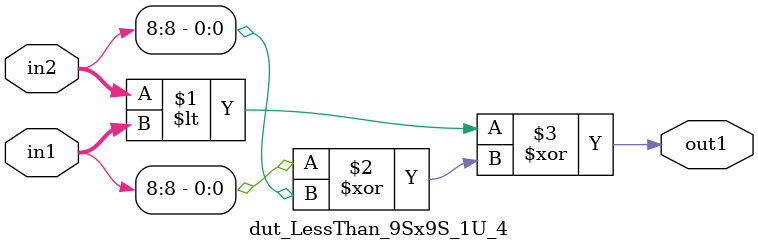
<source format=v>

`timescale 1ps / 1ps


module dut_LessThan_9Sx9S_1U_4( in2, in1, out1 );

    input [8:0] in2;
    input [8:0] in1;
    output out1;

    
    // rtl_process:dut_LessThan_9Sx9S_1U_4/dut_LessThan_9Sx9S_1U_4_thread_1
    assign out1 = (in2 < in1 ^ (in1[8] ^ in2[8]));

endmodule




</source>
